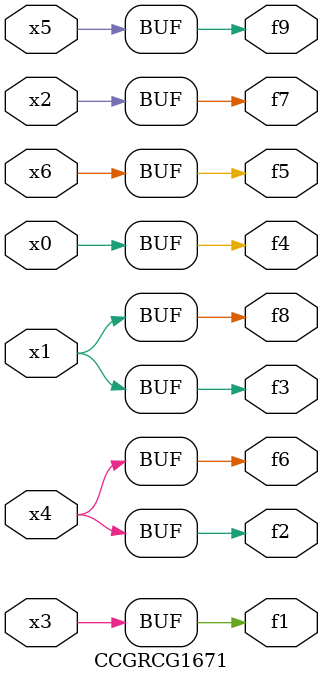
<source format=v>
module CCGRCG1671(
	input x0, x1, x2, x3, x4, x5, x6,
	output f1, f2, f3, f4, f5, f6, f7, f8, f9
);
	assign f1 = x3;
	assign f2 = x4;
	assign f3 = x1;
	assign f4 = x0;
	assign f5 = x6;
	assign f6 = x4;
	assign f7 = x2;
	assign f8 = x1;
	assign f9 = x5;
endmodule

</source>
